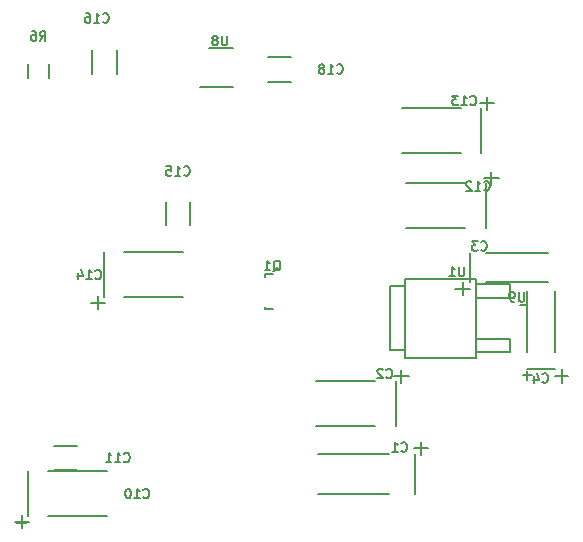
<source format=gbr>
G04 #@! TF.FileFunction,Legend,Bot*
%FSLAX46Y46*%
G04 Gerber Fmt 4.6, Leading zero omitted, Abs format (unit mm)*
G04 Created by KiCad (PCBNEW 0.201509101502+6177~30~ubuntu14.04.1-product) date Sat 12 Sep 2015 05:47:41 PM CEST*
%MOMM*%
G01*
G04 APERTURE LIST*
%ADD10C,0.100000*%
%ADD11C,0.127000*%
%ADD12C,0.150000*%
%ADD13C,0.160000*%
G04 APERTURE END LIST*
D10*
D11*
X36588700Y-29171900D02*
X35394900Y-29171900D01*
X35394900Y-29171900D02*
X35394900Y-34582100D01*
X35394900Y-34582100D02*
X36601400Y-34582100D01*
X42595800Y-33604200D02*
X45504100Y-33604200D01*
X45504100Y-34747200D02*
X42595800Y-34747200D01*
X45504100Y-33604200D02*
X45504100Y-34747200D01*
X45504100Y-29006800D02*
X45504100Y-30149800D01*
X45504100Y-30149800D02*
X42595800Y-30149800D01*
X42595800Y-29006800D02*
X45504100Y-29006800D01*
X42595800Y-35229800D02*
X36601400Y-35229800D01*
X36601400Y-35229800D02*
X36601400Y-28524200D01*
X36601400Y-28524200D02*
X42595800Y-28524200D01*
X42595800Y-35229800D02*
X42595800Y-28524200D01*
D12*
X19993500Y-8954500D02*
X22043500Y-8954500D01*
X19288500Y-12254500D02*
X22043500Y-12254500D01*
X6463000Y-11522000D02*
X6463000Y-10322000D01*
X4713000Y-10322000D02*
X4713000Y-11522000D01*
X25450800Y-28091180D02*
X24749760Y-28091180D01*
X24749760Y-28091180D02*
X24749760Y-28340100D01*
X24749760Y-30890160D02*
X24749760Y-31090820D01*
X24749760Y-31090820D02*
X25450800Y-31090820D01*
X27003000Y-11820000D02*
X25003000Y-11820000D01*
X25003000Y-9770000D02*
X27003000Y-9770000D01*
X12201000Y-9160000D02*
X12201000Y-11160000D01*
X10151000Y-11160000D02*
X10151000Y-9160000D01*
X16374000Y-23987000D02*
X16374000Y-21987000D01*
X18424000Y-21987000D02*
X18424000Y-23987000D01*
X11165840Y-30068520D02*
X11165840Y-26268680D01*
X17866360Y-30068520D02*
X12867640Y-30068520D01*
X17863820Y-26268680D02*
X12865100Y-26268680D01*
X10662920Y-31071820D02*
X10662920Y-29972000D01*
X10063480Y-30571440D02*
X11262360Y-30571440D01*
X43063160Y-14102080D02*
X43063160Y-17901920D01*
X36362640Y-14102080D02*
X41361360Y-14102080D01*
X36365180Y-17901920D02*
X41363900Y-17901920D01*
X43566080Y-13098780D02*
X43566080Y-14198600D01*
X44165520Y-13599160D02*
X42966640Y-13599160D01*
X43444160Y-20452080D02*
X43444160Y-24251920D01*
X36743640Y-20452080D02*
X41742360Y-20452080D01*
X36746180Y-24251920D02*
X41744900Y-24251920D01*
X43947080Y-19448780D02*
X43947080Y-20548600D01*
X44546520Y-19949160D02*
X43347640Y-19949160D01*
X6874000Y-42663000D02*
X8874000Y-42663000D01*
X8874000Y-44713000D02*
X6874000Y-44713000D01*
X4688840Y-48635920D02*
X4688840Y-44836080D01*
X11389360Y-48635920D02*
X6390640Y-48635920D01*
X11386820Y-44836080D02*
X6388100Y-44836080D01*
X4185920Y-49639220D02*
X4185920Y-48539400D01*
X3586480Y-49138840D02*
X4785360Y-49138840D01*
X46934120Y-34731960D02*
X46934120Y-29530040D01*
X49331880Y-29530040D02*
X49331880Y-34731960D01*
X50431700Y-36730940D02*
X49331880Y-36730940D01*
X49931320Y-37330380D02*
X49931320Y-36131500D01*
X49331880Y-36126420D02*
X46934120Y-36126420D01*
X43500040Y-26360120D02*
X48701960Y-26360120D01*
X48701960Y-28757880D02*
X43500040Y-28757880D01*
X41501060Y-29857700D02*
X41501060Y-28757880D01*
X40901620Y-29357320D02*
X42100500Y-29357320D01*
X42105580Y-28757880D02*
X42105580Y-26360120D01*
X35824160Y-37216080D02*
X35824160Y-41015920D01*
X29123640Y-37216080D02*
X34122360Y-37216080D01*
X29126180Y-41015920D02*
X34124900Y-41015920D01*
X36327080Y-36212780D02*
X36327080Y-37312600D01*
X36926520Y-36713160D02*
X35727640Y-36713160D01*
X37508180Y-43385740D02*
X37508180Y-46784260D01*
X29258260Y-46784260D02*
X35257740Y-46784260D01*
X29258260Y-43385740D02*
X35257740Y-43385740D01*
X38011100Y-42382440D02*
X38011100Y-43482260D01*
X38610540Y-42882820D02*
X37411660Y-42882820D01*
X46372780Y-30723840D02*
X46982380Y-30723840D01*
X46982380Y-30723840D02*
X46992540Y-31155640D01*
D13*
X41630524Y-27501905D02*
X41630524Y-28149524D01*
X41592429Y-28225714D01*
X41554333Y-28263810D01*
X41478143Y-28301905D01*
X41325762Y-28301905D01*
X41249571Y-28263810D01*
X41211476Y-28225714D01*
X41173381Y-28149524D01*
X41173381Y-27501905D01*
X40373381Y-28301905D02*
X40830524Y-28301905D01*
X40601953Y-28301905D02*
X40601953Y-27501905D01*
X40678143Y-27616190D01*
X40754334Y-27692381D01*
X40830524Y-27730476D01*
X21564524Y-7943905D02*
X21564524Y-8591524D01*
X21526429Y-8667714D01*
X21488333Y-8705810D01*
X21412143Y-8743905D01*
X21259762Y-8743905D01*
X21183571Y-8705810D01*
X21145476Y-8667714D01*
X21107381Y-8591524D01*
X21107381Y-7943905D01*
X20612143Y-8286762D02*
X20688334Y-8248667D01*
X20726429Y-8210571D01*
X20764524Y-8134381D01*
X20764524Y-8096286D01*
X20726429Y-8020095D01*
X20688334Y-7982000D01*
X20612143Y-7943905D01*
X20459762Y-7943905D01*
X20383572Y-7982000D01*
X20345476Y-8020095D01*
X20307381Y-8096286D01*
X20307381Y-8134381D01*
X20345476Y-8210571D01*
X20383572Y-8248667D01*
X20459762Y-8286762D01*
X20612143Y-8286762D01*
X20688334Y-8324857D01*
X20726429Y-8362952D01*
X20764524Y-8439143D01*
X20764524Y-8591524D01*
X20726429Y-8667714D01*
X20688334Y-8705810D01*
X20612143Y-8743905D01*
X20459762Y-8743905D01*
X20383572Y-8705810D01*
X20345476Y-8667714D01*
X20307381Y-8591524D01*
X20307381Y-8439143D01*
X20345476Y-8362952D01*
X20383572Y-8324857D01*
X20459762Y-8286762D01*
X5721333Y-8362905D02*
X5988000Y-7981952D01*
X6178476Y-8362905D02*
X6178476Y-7562905D01*
X5873714Y-7562905D01*
X5797523Y-7601000D01*
X5759428Y-7639095D01*
X5721333Y-7715286D01*
X5721333Y-7829571D01*
X5759428Y-7905762D01*
X5797523Y-7943857D01*
X5873714Y-7981952D01*
X6178476Y-7981952D01*
X5035619Y-7562905D02*
X5188000Y-7562905D01*
X5264190Y-7601000D01*
X5302285Y-7639095D01*
X5378476Y-7753381D01*
X5416571Y-7905762D01*
X5416571Y-8210524D01*
X5378476Y-8286714D01*
X5340381Y-8324810D01*
X5264190Y-8362905D01*
X5111809Y-8362905D01*
X5035619Y-8324810D01*
X4997523Y-8286714D01*
X4959428Y-8210524D01*
X4959428Y-8020048D01*
X4997523Y-7943857D01*
X5035619Y-7905762D01*
X5111809Y-7867667D01*
X5264190Y-7867667D01*
X5340381Y-7905762D01*
X5378476Y-7943857D01*
X5416571Y-8020048D01*
X25476190Y-27870095D02*
X25552381Y-27832000D01*
X25628571Y-27755810D01*
X25742857Y-27641524D01*
X25819048Y-27603429D01*
X25895238Y-27603429D01*
X25857143Y-27793905D02*
X25933333Y-27755810D01*
X26009524Y-27679619D01*
X26047619Y-27527238D01*
X26047619Y-27260571D01*
X26009524Y-27108190D01*
X25933333Y-27032000D01*
X25857143Y-26993905D01*
X25704762Y-26993905D01*
X25628571Y-27032000D01*
X25552381Y-27108190D01*
X25514286Y-27260571D01*
X25514286Y-27527238D01*
X25552381Y-27679619D01*
X25628571Y-27755810D01*
X25704762Y-27793905D01*
X25857143Y-27793905D01*
X24752381Y-27793905D02*
X25209524Y-27793905D01*
X24980953Y-27793905D02*
X24980953Y-26993905D01*
X25057143Y-27108190D01*
X25133334Y-27184381D01*
X25209524Y-27222476D01*
X30867286Y-11080714D02*
X30905381Y-11118810D01*
X31019667Y-11156905D01*
X31095857Y-11156905D01*
X31210143Y-11118810D01*
X31286334Y-11042619D01*
X31324429Y-10966429D01*
X31362524Y-10814048D01*
X31362524Y-10699762D01*
X31324429Y-10547381D01*
X31286334Y-10471190D01*
X31210143Y-10395000D01*
X31095857Y-10356905D01*
X31019667Y-10356905D01*
X30905381Y-10395000D01*
X30867286Y-10433095D01*
X30105381Y-11156905D02*
X30562524Y-11156905D01*
X30333953Y-11156905D02*
X30333953Y-10356905D01*
X30410143Y-10471190D01*
X30486334Y-10547381D01*
X30562524Y-10585476D01*
X29648238Y-10699762D02*
X29724429Y-10661667D01*
X29762524Y-10623571D01*
X29800619Y-10547381D01*
X29800619Y-10509286D01*
X29762524Y-10433095D01*
X29724429Y-10395000D01*
X29648238Y-10356905D01*
X29495857Y-10356905D01*
X29419667Y-10395000D01*
X29381571Y-10433095D01*
X29343476Y-10509286D01*
X29343476Y-10547381D01*
X29381571Y-10623571D01*
X29419667Y-10661667D01*
X29495857Y-10699762D01*
X29648238Y-10699762D01*
X29724429Y-10737857D01*
X29762524Y-10775952D01*
X29800619Y-10852143D01*
X29800619Y-11004524D01*
X29762524Y-11080714D01*
X29724429Y-11118810D01*
X29648238Y-11156905D01*
X29495857Y-11156905D01*
X29419667Y-11118810D01*
X29381571Y-11080714D01*
X29343476Y-11004524D01*
X29343476Y-10852143D01*
X29381571Y-10775952D01*
X29419667Y-10737857D01*
X29495857Y-10699762D01*
X11055286Y-6762714D02*
X11093381Y-6800810D01*
X11207667Y-6838905D01*
X11283857Y-6838905D01*
X11398143Y-6800810D01*
X11474334Y-6724619D01*
X11512429Y-6648429D01*
X11550524Y-6496048D01*
X11550524Y-6381762D01*
X11512429Y-6229381D01*
X11474334Y-6153190D01*
X11398143Y-6077000D01*
X11283857Y-6038905D01*
X11207667Y-6038905D01*
X11093381Y-6077000D01*
X11055286Y-6115095D01*
X10293381Y-6838905D02*
X10750524Y-6838905D01*
X10521953Y-6838905D02*
X10521953Y-6038905D01*
X10598143Y-6153190D01*
X10674334Y-6229381D01*
X10750524Y-6267476D01*
X9607667Y-6038905D02*
X9760048Y-6038905D01*
X9836238Y-6077000D01*
X9874333Y-6115095D01*
X9950524Y-6229381D01*
X9988619Y-6381762D01*
X9988619Y-6686524D01*
X9950524Y-6762714D01*
X9912429Y-6800810D01*
X9836238Y-6838905D01*
X9683857Y-6838905D01*
X9607667Y-6800810D01*
X9569571Y-6762714D01*
X9531476Y-6686524D01*
X9531476Y-6496048D01*
X9569571Y-6419857D01*
X9607667Y-6381762D01*
X9683857Y-6343667D01*
X9836238Y-6343667D01*
X9912429Y-6381762D01*
X9950524Y-6419857D01*
X9988619Y-6496048D01*
X17913286Y-19716714D02*
X17951381Y-19754810D01*
X18065667Y-19792905D01*
X18141857Y-19792905D01*
X18256143Y-19754810D01*
X18332334Y-19678619D01*
X18370429Y-19602429D01*
X18408524Y-19450048D01*
X18408524Y-19335762D01*
X18370429Y-19183381D01*
X18332334Y-19107190D01*
X18256143Y-19031000D01*
X18141857Y-18992905D01*
X18065667Y-18992905D01*
X17951381Y-19031000D01*
X17913286Y-19069095D01*
X17151381Y-19792905D02*
X17608524Y-19792905D01*
X17379953Y-19792905D02*
X17379953Y-18992905D01*
X17456143Y-19107190D01*
X17532334Y-19183381D01*
X17608524Y-19221476D01*
X16427571Y-18992905D02*
X16808524Y-18992905D01*
X16846619Y-19373857D01*
X16808524Y-19335762D01*
X16732333Y-19297667D01*
X16541857Y-19297667D01*
X16465667Y-19335762D01*
X16427571Y-19373857D01*
X16389476Y-19450048D01*
X16389476Y-19640524D01*
X16427571Y-19716714D01*
X16465667Y-19754810D01*
X16541857Y-19792905D01*
X16732333Y-19792905D01*
X16808524Y-19754810D01*
X16846619Y-19716714D01*
X10420286Y-28479714D02*
X10458381Y-28517810D01*
X10572667Y-28555905D01*
X10648857Y-28555905D01*
X10763143Y-28517810D01*
X10839334Y-28441619D01*
X10877429Y-28365429D01*
X10915524Y-28213048D01*
X10915524Y-28098762D01*
X10877429Y-27946381D01*
X10839334Y-27870190D01*
X10763143Y-27794000D01*
X10648857Y-27755905D01*
X10572667Y-27755905D01*
X10458381Y-27794000D01*
X10420286Y-27832095D01*
X9658381Y-28555905D02*
X10115524Y-28555905D01*
X9886953Y-28555905D02*
X9886953Y-27755905D01*
X9963143Y-27870190D01*
X10039334Y-27946381D01*
X10115524Y-27984476D01*
X8972667Y-28022571D02*
X8972667Y-28555905D01*
X9163143Y-27717810D02*
X9353619Y-28289238D01*
X8858381Y-28289238D01*
X42170286Y-13747714D02*
X42208381Y-13785810D01*
X42322667Y-13823905D01*
X42398857Y-13823905D01*
X42513143Y-13785810D01*
X42589334Y-13709619D01*
X42627429Y-13633429D01*
X42665524Y-13481048D01*
X42665524Y-13366762D01*
X42627429Y-13214381D01*
X42589334Y-13138190D01*
X42513143Y-13062000D01*
X42398857Y-13023905D01*
X42322667Y-13023905D01*
X42208381Y-13062000D01*
X42170286Y-13100095D01*
X41408381Y-13823905D02*
X41865524Y-13823905D01*
X41636953Y-13823905D02*
X41636953Y-13023905D01*
X41713143Y-13138190D01*
X41789334Y-13214381D01*
X41865524Y-13252476D01*
X41141714Y-13023905D02*
X40646476Y-13023905D01*
X40913143Y-13328667D01*
X40798857Y-13328667D01*
X40722667Y-13366762D01*
X40684571Y-13404857D01*
X40646476Y-13481048D01*
X40646476Y-13671524D01*
X40684571Y-13747714D01*
X40722667Y-13785810D01*
X40798857Y-13823905D01*
X41027429Y-13823905D01*
X41103619Y-13785810D01*
X41141714Y-13747714D01*
X43313286Y-20986714D02*
X43351381Y-21024810D01*
X43465667Y-21062905D01*
X43541857Y-21062905D01*
X43656143Y-21024810D01*
X43732334Y-20948619D01*
X43770429Y-20872429D01*
X43808524Y-20720048D01*
X43808524Y-20605762D01*
X43770429Y-20453381D01*
X43732334Y-20377190D01*
X43656143Y-20301000D01*
X43541857Y-20262905D01*
X43465667Y-20262905D01*
X43351381Y-20301000D01*
X43313286Y-20339095D01*
X42551381Y-21062905D02*
X43008524Y-21062905D01*
X42779953Y-21062905D02*
X42779953Y-20262905D01*
X42856143Y-20377190D01*
X42932334Y-20453381D01*
X43008524Y-20491476D01*
X42246619Y-20339095D02*
X42208524Y-20301000D01*
X42132333Y-20262905D01*
X41941857Y-20262905D01*
X41865667Y-20301000D01*
X41827571Y-20339095D01*
X41789476Y-20415286D01*
X41789476Y-20491476D01*
X41827571Y-20605762D01*
X42284714Y-21062905D01*
X41789476Y-21062905D01*
X12833286Y-43973714D02*
X12871381Y-44011810D01*
X12985667Y-44049905D01*
X13061857Y-44049905D01*
X13176143Y-44011810D01*
X13252334Y-43935619D01*
X13290429Y-43859429D01*
X13328524Y-43707048D01*
X13328524Y-43592762D01*
X13290429Y-43440381D01*
X13252334Y-43364190D01*
X13176143Y-43288000D01*
X13061857Y-43249905D01*
X12985667Y-43249905D01*
X12871381Y-43288000D01*
X12833286Y-43326095D01*
X12071381Y-44049905D02*
X12528524Y-44049905D01*
X12299953Y-44049905D02*
X12299953Y-43249905D01*
X12376143Y-43364190D01*
X12452334Y-43440381D01*
X12528524Y-43478476D01*
X11309476Y-44049905D02*
X11766619Y-44049905D01*
X11538048Y-44049905D02*
X11538048Y-43249905D01*
X11614238Y-43364190D01*
X11690429Y-43440381D01*
X11766619Y-43478476D01*
X14484286Y-47021714D02*
X14522381Y-47059810D01*
X14636667Y-47097905D01*
X14712857Y-47097905D01*
X14827143Y-47059810D01*
X14903334Y-46983619D01*
X14941429Y-46907429D01*
X14979524Y-46755048D01*
X14979524Y-46640762D01*
X14941429Y-46488381D01*
X14903334Y-46412190D01*
X14827143Y-46336000D01*
X14712857Y-46297905D01*
X14636667Y-46297905D01*
X14522381Y-46336000D01*
X14484286Y-46374095D01*
X13722381Y-47097905D02*
X14179524Y-47097905D01*
X13950953Y-47097905D02*
X13950953Y-46297905D01*
X14027143Y-46412190D01*
X14103334Y-46488381D01*
X14179524Y-46526476D01*
X13227143Y-46297905D02*
X13150952Y-46297905D01*
X13074762Y-46336000D01*
X13036667Y-46374095D01*
X12998571Y-46450286D01*
X12960476Y-46602667D01*
X12960476Y-46793143D01*
X12998571Y-46945524D01*
X13036667Y-47021714D01*
X13074762Y-47059810D01*
X13150952Y-47097905D01*
X13227143Y-47097905D01*
X13303333Y-47059810D01*
X13341429Y-47021714D01*
X13379524Y-46945524D01*
X13417619Y-46793143D01*
X13417619Y-46602667D01*
X13379524Y-46450286D01*
X13341429Y-46374095D01*
X13303333Y-46336000D01*
X13227143Y-46297905D01*
D12*
X4569412Y-49207729D02*
X3807507Y-49207729D01*
X4188459Y-49588681D02*
X4188459Y-48826776D01*
D13*
X48266333Y-37242714D02*
X48304428Y-37280810D01*
X48418714Y-37318905D01*
X48494904Y-37318905D01*
X48609190Y-37280810D01*
X48685381Y-37204619D01*
X48723476Y-37128429D01*
X48761571Y-36976048D01*
X48761571Y-36861762D01*
X48723476Y-36709381D01*
X48685381Y-36633190D01*
X48609190Y-36557000D01*
X48494904Y-36518905D01*
X48418714Y-36518905D01*
X48304428Y-36557000D01*
X48266333Y-36595095D01*
X47580619Y-36785571D02*
X47580619Y-37318905D01*
X47771095Y-36480810D02*
X47961571Y-37052238D01*
X47466333Y-37052238D01*
D12*
X46985229Y-36322048D02*
X46985229Y-37083953D01*
X47366181Y-36703001D02*
X46604276Y-36703001D01*
D13*
X43059333Y-26066714D02*
X43097428Y-26104810D01*
X43211714Y-26142905D01*
X43287904Y-26142905D01*
X43402190Y-26104810D01*
X43478381Y-26028619D01*
X43516476Y-25952429D01*
X43554571Y-25800048D01*
X43554571Y-25685762D01*
X43516476Y-25533381D01*
X43478381Y-25457190D01*
X43402190Y-25381000D01*
X43287904Y-25342905D01*
X43211714Y-25342905D01*
X43097428Y-25381000D01*
X43059333Y-25419095D01*
X42792666Y-25342905D02*
X42297428Y-25342905D01*
X42564095Y-25647667D01*
X42449809Y-25647667D01*
X42373619Y-25685762D01*
X42335523Y-25723857D01*
X42297428Y-25800048D01*
X42297428Y-25990524D01*
X42335523Y-26066714D01*
X42373619Y-26104810D01*
X42449809Y-26142905D01*
X42678381Y-26142905D01*
X42754571Y-26104810D01*
X42792666Y-26066714D01*
X35058333Y-36861714D02*
X35096428Y-36899810D01*
X35210714Y-36937905D01*
X35286904Y-36937905D01*
X35401190Y-36899810D01*
X35477381Y-36823619D01*
X35515476Y-36747429D01*
X35553571Y-36595048D01*
X35553571Y-36480762D01*
X35515476Y-36328381D01*
X35477381Y-36252190D01*
X35401190Y-36176000D01*
X35286904Y-36137905D01*
X35210714Y-36137905D01*
X35096428Y-36176000D01*
X35058333Y-36214095D01*
X34753571Y-36214095D02*
X34715476Y-36176000D01*
X34639285Y-36137905D01*
X34448809Y-36137905D01*
X34372619Y-36176000D01*
X34334523Y-36214095D01*
X34296428Y-36290286D01*
X34296428Y-36366476D01*
X34334523Y-36480762D01*
X34791666Y-36937905D01*
X34296428Y-36937905D01*
X36328333Y-43084714D02*
X36366428Y-43122810D01*
X36480714Y-43160905D01*
X36556904Y-43160905D01*
X36671190Y-43122810D01*
X36747381Y-43046619D01*
X36785476Y-42970429D01*
X36823571Y-42818048D01*
X36823571Y-42703762D01*
X36785476Y-42551381D01*
X36747381Y-42475190D01*
X36671190Y-42399000D01*
X36556904Y-42360905D01*
X36480714Y-42360905D01*
X36366428Y-42399000D01*
X36328333Y-42437095D01*
X35566428Y-43160905D02*
X36023571Y-43160905D01*
X35795000Y-43160905D02*
X35795000Y-42360905D01*
X35871190Y-42475190D01*
X35947381Y-42551381D01*
X36023571Y-42589476D01*
X46710524Y-29660905D02*
X46710524Y-30308524D01*
X46672429Y-30384714D01*
X46634333Y-30422810D01*
X46558143Y-30460905D01*
X46405762Y-30460905D01*
X46329571Y-30422810D01*
X46291476Y-30384714D01*
X46253381Y-30308524D01*
X46253381Y-29660905D01*
X45834334Y-30460905D02*
X45681953Y-30460905D01*
X45605762Y-30422810D01*
X45567667Y-30384714D01*
X45491476Y-30270429D01*
X45453381Y-30118048D01*
X45453381Y-29813286D01*
X45491476Y-29737095D01*
X45529572Y-29699000D01*
X45605762Y-29660905D01*
X45758143Y-29660905D01*
X45834334Y-29699000D01*
X45872429Y-29737095D01*
X45910524Y-29813286D01*
X45910524Y-30003762D01*
X45872429Y-30079952D01*
X45834334Y-30118048D01*
X45758143Y-30156143D01*
X45605762Y-30156143D01*
X45529572Y-30118048D01*
X45491476Y-30079952D01*
X45453381Y-30003762D01*
M02*

</source>
